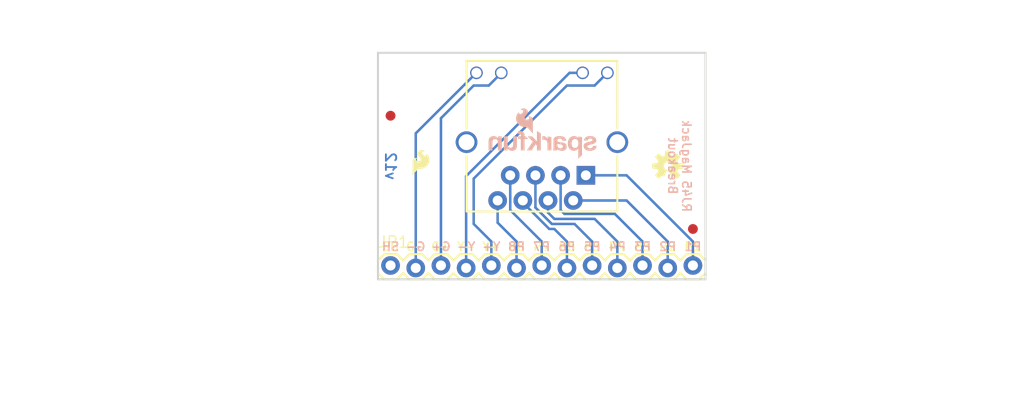
<source format=kicad_pcb>
(kicad_pcb (version 20211014) (generator pcbnew)
  (layers (0 "F.Cu" signal) (1 "In1.Cu" signal) (2 "In2.Cu" signal) (31 "B.Cu" signal) (34 "B.Paste" user) (35 "F.Paste" user) (36 "B.SilkS" user "B.Silkscreen") (37 "F.SilkS" user "F.Silkscreen") (38 "B.Mask" user) (39 "F.Mask" user) (44 "Edge.Cuts" user))
  (net 0 "")
  (net 1 "P1")
  (net 2 "P2")
  (net 3 "P3")
  (net 4 "P4")
  (net 5 "P5")
  (net 6 "P6")
  (net 7 "P7")
  (net 8 "P8")
  (net 9 "SH")
  (net 10 "Y+")
  (net 11 "Y-")
  (net 12 "G+")
  (net 13 "G-")
  (footprint "boardEagle:OSHW-LOGO-S" (layer "F.Cu") (at 161.2011 105.0036)
    (fp_text reference "LOGO1" hide)
    (fp_text value "OSHW-LOGOS" hide)
    (fp_poly (pts (xy 0.301647 -1.061351) (xy 0.42347 -1.022344) (xy 0.537177 -0.963769) (xy 0.92862 -1.282946) (xy 1.282946 -0.92862) (xy 0.961035 -0.533823) (xy 1.057046 -0.302084) (xy 1.5638 -0.250561) (xy 1.5638 0.250561) (xy 1.057046 0.302084) (xy 0.961035 0.533823) (xy 1.282946 0.92862) (xy 0.92862 1.282946) (xy 0.537177 0.96377) (xy 0.356601 1.056794) (xy 0.088679 0.410073) (xy 0.326262 0.2176) (xy 0.373649 0.121468) (xy 0.392729 0.010339) (xy 0.379464 -0.101634) (xy 0.334947 -0.205229) (xy 0.262842 -0.291918) (xy 0.169087 -0.354561) (xy 0.061406 -0.387999) (xy -0.051342 -0.38948) (xy -0.159868 -0.358881) (xy -0.255234 -0.298724) (xy -0.329589 -0.213962) (xy -0.376813 -0.111569) (xy -0.392176 -0.005767) (xy -0.322923 0.222565) (xy -0.249312 0.303773) (xy 0.091677 0.5081) (xy -0.12929 0.5081) (xy -0.355332 1.053732) (xy -0.506597 0.983577) (xy -0.538922 0.965192) (xy -0.92862 1.282946) (xy -1.282946 0.92862) (xy -0.961035 0.533823) (xy -1.057046 0.302084) (xy -1.5638 0.250561) (xy -1.5638 -0.250561) (xy -1.057046 -0.302084) (xy -0.961035 -0.533823) (xy -1.282946 -0.92862) (xy -0.92862 -1.282946) (xy -0.533823 -0.961035) (xy -0.302084 -1.057046) (xy -0.250561 -1.5638) (xy 0.250561 -1.5638)) (layer "F.SilkS") (width 0) (fill solid))
  )
  (footprint "boardEagle:CREATIVE_COMMONS" (layer "F.Cu") (at 114.2111 126.5936)
    (fp_text reference "FRAME1" hide)
    (fp_text value "FRAME-LETTER" hide)
  )
  (footprint "boardEagle:FIDUCIAL-1X2" (layer "F.Cu") (at 133.2611 99.9236)
    (fp_text reference "FID1" hide)
    (fp_text value "FIDUCIAL1X2" hide)
    (pad "1" smd roundrect (at 0 0) (size 1 1) (layers "F.Cu" "F.Mask") (roundrect_rratio 0.5))
  )
  (footprint "boardEagle:MAGJACK" (layer "F.Cu") (at 156.1211 88.4936 180)
    (fp_text reference "J1" hide)
    (fp_text value "MAGJACK-NOLABELS" hide)
    (fp_line (start 15.2 -5.9) (end 15.2 -12.7) (layer "F.SilkS") (width 0.2032))
    (fp_line (start 0 -6) (end 0 -12.7) (layer "F.SilkS") (width 0.2032))
    (fp_line (start 0 -5.895) (end 15.24 -5.895) (layer "F.SilkS") (width 0.2032))
    (fp_line (start 0 -21.095) (end 15.14 -21.095) (layer "F.SilkS") (width 0.2032))
    (fp_line (start 0 -21) (end 0 -15.5) (layer "F.SilkS") (width 0.2032))
    (fp_line (start 15.2 -21.1) (end 15.2 -15.5) (layer "F.SilkS") (width 0.2032))
    (pad "" np_thru_hole circle (at 1.905 -11.095 180) (size 3.2 3.2) (drill 3.2) (layers *.Cu *.Mask))
    (pad "" np_thru_hole circle (at 13.335 -11.095 180) (size 3.2 3.2) (drill 3.2) (layers *.Cu *.Mask))
    (pad "1" thru_hole rect (at 3.175 -17.445 180) (size 1.8796 1.8796) (drill 1) (layers *.Cu *.Mask) (net 1 "P1"))
    (pad "2" thru_hole circle (at 4.445 -19.985 180) (size 1.8796 1.8796) (drill 1) (layers *.Cu *.Mask) (net 2 "P2"))
    (pad "3" thru_hole circle (at 5.715 -17.445 180) (size 1.8796 1.8796) (drill 1) (layers *.Cu *.Mask) (net 3 "P3"))
    (pad "4" thru_hole circle (at 6.985 -19.985 180) (size 1.8796 1.8796) (drill 1) (layers *.Cu *.Mask) (net 4 "P4"))
    (pad "5" thru_hole circle (at 8.255 -17.445 180) (size 1.8796 1.8796) (drill 1) (layers *.Cu *.Mask) (net 5 "P5"))
    (pad "6" thru_hole circle (at 9.525 -19.985 180) (size 1.8796 1.8796) (drill 1) (layers *.Cu *.Mask) (net 6 "P6"))
    (pad "7" thru_hole circle (at 10.795 -17.445 180) (size 1.8796 1.8796) (drill 1) (layers *.Cu *.Mask) (net 7 "P7"))
    (pad "8" thru_hole circle (at 12.065 -19.985 180) (size 1.8796 1.8796) (drill 1) (layers *.Cu *.Mask) (net 8 "P8"))
    (pad "9" thru_hole circle (at 1 -7.1 180) (size 1.27 1.27) (drill 1) (layers *.Cu *.Mask) (net 10 "Y+"))
    (pad "10" thru_hole circle (at 3.5 -7.1 180) (size 1.27 1.27) (drill 1) (layers *.Cu *.Mask) (net 11 "Y-"))
    (pad "11" thru_hole circle (at 11.7 -7.1 180) (size 1.27 1.27) (drill 1) (layers *.Cu *.Mask) (net 12 "G+"))
    (pad "12" thru_hole circle (at 14.2 -7.1 180) (size 1.27 1.27) (drill 1) (layers *.Cu *.Mask) (net 13 "G-"))
    (pad "M1" thru_hole circle (at 0 -14.1 180) (size 2.1844 2.1844) (drill 1.6) (layers *.Cu *.Mask) (net 9 "SH"))
    (pad "M2" thru_hole circle (at 15.2 -14.1 180) (size 2.1844 2.1844) (drill 1.6) (layers *.Cu *.Mask) (net 9 "SH"))
  )
  (footprint "boardEagle:1X13_LOCK" (layer "F.Cu") (at 133.2611 115.1636)
    (fp_text reference "JP1" (at -1.3462 -1.8288) (layer "F.SilkS") (effects (font (size 1.143 1.143) (thickness 0.127)) (justify left bottom)))
    (fp_text value "M13LOCK")
    (fp_line (start 11.43 -0.635) (end 12.065 -1.27) (layer "F.SilkS") (width 0.2032))
    (fp_line (start 3.175 -1.27) (end 3.81 -0.635) (layer "F.SilkS") (width 0.2032))
    (fp_line (start 14.605 -1.27) (end 15.875 -1.27) (layer "F.SilkS") (width 0.2032))
    (fp_line (start 24.765 -1.27) (end 26.035 -1.27) (layer "F.SilkS") (width 0.2032))
    (fp_line (start 10.795 1.27) (end 9.525 1.27) (layer "F.SilkS") (width 0.2032))
    (fp_line (start 5.715 1.27) (end 4.445 1.27) (layer "F.SilkS") (width 0.2032))
    (fp_line (start 17.145 -1.27) (end 18.415 -1.27) (layer "F.SilkS") (width 0.2032))
    (fp_line (start 31.75 -0.635) (end 31.75 0.635) (layer "F.SilkS") (width 0.2032))
    (fp_line (start 3.81 0.635) (end 3.175 1.27) (layer "F.SilkS") (width 0.2032))
    (fp_line (start 18.415 -1.27) (end 19.05 -0.635) (layer "F.SilkS") (width 0.2032))
    (fp_line (start 24.765 -1.27) (end 24.13 -0.635) (layer "F.SilkS") (width 0.2032))
    (fp_line (start 6.35 0.635) (end 6.985 1.27) (layer "F.SilkS") (width 0.2032))
    (fp_line (start 15.875 -1.27) (end 16.51 -0.635) (layer "F.SilkS") (width 0.2032))
    (fp_line (start 24.13 0.635) (end 23.495 1.27) (layer "F.SilkS") (width 0.2032))
    (fp_line (start 1.27 0.635) (end 0.635 1.27) (layer "F.SilkS") (width 0.2032))
    (fp_line (start 6.985 -1.27) (end 8.255 -1.27) (layer "F.SilkS") (width 0.2032))
    (fp_line (start 0.635 1.27) (end -0.635 1.27) (layer "F.SilkS") (width 0.2032))
    (fp_line (start 11.43 0.635) (end 10.795 1.27) (layer "F.SilkS") (width 0.2032))
    (fp_line (start 1.905 -1.27) (end 3.175 -1.27) (layer "F.SilkS") (width 0.2032))
    (fp_line (start 13.97 0.635) (end 13.335 1.27) (layer "F.SilkS") (width 0.2032))
    (fp_line (start 31.115 1.27) (end 29.845 1.27) (layer "F.SilkS") (width 0.2032))
    (fp_line (start 20.955 1.27) (end 19.685 1.27) (layer "F.SilkS") (width 0.2032))
    (fp_line (start 21.59 0.635) (end 22.225 1.27) (layer "F.SilkS") (width 0.2032))
    (fp_line (start 12.065 1.27) (end 11.43 0.635) (layer "F.SilkS") (width 0.2032))
    (fp_line (start 22.225 -1.27) (end 21.59 -0.635) (layer "F.SilkS") (width 0.2032))
    (fp_line (start 26.67 0.635) (end 26.035 1.27) (layer "F.SilkS") (width 0.2032))
    (fp_line (start 29.21 0.635) (end 29.845 1.27) (layer "F.SilkS") (width 0.2032))
    (fp_line (start 3.81 -0.635) (end 4.445 -1.27) (layer "F.SilkS") (width 0.2032))
    (fp_line (start 26.035 -1.27) (end 26.67 -0.635) (layer "F.SilkS") (width 0.2032))
    (fp_line (start 23.495 -1.27) (end 24.13 -0.635) (layer "F.SilkS") (width 0.2032))
    (fp_line (start 29.21 0.635) (end 28.575 1.27) (layer "F.SilkS") (width 0.2032))
    (fp_line (start -0.635 -1.27) (end -1.27 -0.635) (layer "F.SilkS") (width 0.2032))
    (fp_line (start 16.51 0.635) (end 15.875 1.27) (layer "F.SilkS") (width 0.2032))
    (fp_line (start 9.525 1.27) (end 8.89 0.635) (layer "F.SilkS") (width 0.2032))
    (fp_line (start 5.715 -1.27) (end 6.35 -0.635) (layer "F.SilkS") (width 0.2032))
    (fp_line (start -1.27 0.635) (end -0.635 1.27) (layer "F.SilkS") (width 0.2032))
    (fp_line (start 19.685 -1.27) (end 20.955 -1.27) (layer "F.SilkS") (width 0.2032))
    (fp_line (start 3.175 1.27) (end 1.905 1.27) (layer "F.SilkS") (width 0.2032))
    (fp_line (start 13.335 1.27) (end 12.065 1.27) (layer "F.SilkS") (width 0.2032))
    (fp_line (start 12.065 -1.27) (end 13.335 -1.27) (layer "F.SilkS") (width 0.2032))
    (fp_line (start 28.575 -1.27) (end 29.21 -0.635) (layer "F.SilkS") (width 0.2032))
    (fp_line (start 20.955 -1.27) (end 21.59 -0.635) (layer "F.SilkS") (width 0.2032))
    (fp_line (start 17.145 -1.27) (end 16.51 -0.635) (layer "F.SilkS") (width 0.2032))
    (fp_line (start 4.445 -1.27) (end 5.715 -1.27) (layer "F.SilkS") (width 0.2032))
    (fp_line (start 18.415 1.27) (end 17.145 1.27) (layer "F.SilkS") (width 0.2032))
    (fp_line (start 21.59 0.635) (end 20.955 1.27) (layer "F.SilkS") (width 0.2032))
    (fp_line (start 29.845 -1.27) (end 31.115 -1.27) (layer "F.SilkS") (width 0.2032))
    (fp_line (start 6.35 0.635) (end 5.715 1.27) (layer "F.SilkS") (width 0.2032))
    (fp_line (start 6.985 -1.27) (end 6.35 -0.635) (layer "F.SilkS") (width 0.2032))
    (fp_line (start -0.635 -1.27) (end 0.635 -1.27) (layer "F.SilkS") (width 0.2032))
    (fp_line (start 4.445 1.27) (end 3.81 0.635) (layer "F.SilkS") (width 0.2032))
    (fp_line (start 8.89 0.635) (end 8.255 1.27) (layer "F.SilkS") (width 0.2032))
    (fp_line (start 23.495 1.27) (end 22.225 1.27) (layer "F.SilkS") (width 0.2032))
    (fp_line (start 13.335 -1.27) (end 13.97 -0.635) (layer "F.SilkS") (width 0.2032))
    (fp_line (start 19.05 0.635) (end 18.415 1.27) (layer "F.SilkS") (width 0.2032))
    (fp_line (start 24.13 0.635) (end 24.765 1.27) (layer "F.SilkS") (width 0.2032))
    (fp_line (start 31.75 0.635) (end 31.115 1.27) (layer "F.SilkS") (width 0.2032))
    (fp_line (start 14.605 -1.27) (end 13.97 -0.635) (layer "F.SilkS") (width 0.2032))
    (fp_line (start 19.685 -1.27) (end 19.05 -0.635) (layer "F.SilkS") (width 0.2032))
    (fp_line (start 26.035 1.27) (end 24.765 1.27) (layer "F.SilkS") (width 0.2032))
    (fp_line (start 15.875 1.27) (end 14.605 1.27) (layer "F.SilkS") (width 0.2032))
    (fp_line (start 1.27 -0.635) (end 1.905 -1.27) (layer "F.SilkS") (width 0.2032))
    (fp_line (start 27.305 -1.27) (end 28.575 -1.27) (layer "F.SilkS") (width 0.2032))
    (fp_line (start 27.305 -1.27) (end 26.67 -0.635) (layer "F.SilkS") (width 0.2032))
    (fp_line (start 19.05 0.635) (end 19.685 1.27) (layer "F.SilkS") (width 0.2032))
    (fp_line (start 0.635 -1.27) (end 1.27 -0.635) (layer "F.SilkS") (width 0.2032))
    (fp_line (start 26.67 0.635) (end 27.305 1.27) (layer "F.SilkS") (width 0.2032))
    (fp_line (start 16.51 0.635) (end 17.145 1.27) (layer "F.SilkS") (width 0.2032))
    (fp_line (start 8.255 1.27) (end 6.985 1.27) (layer "F.SilkS") (width 0.2032))
    (fp_line (start 31.115 -1.27) (end 31.75 -0.635) (layer "F.SilkS") (width 0.2032))
    (fp_line (start -1.27 -0.635) (end -1.27 0.635) (layer "F.SilkS") (width 0.2032))
    (fp_line (start 8.89 -0.635) (end 9.525 -1.27) (layer "F.SilkS") (width 0.2032))
    (fp_line (start 29.845 -1.27) (end 29.21 -0.635) (layer "F.SilkS") (width 0.2032))
    (fp_line (start 8.255 -1.27) (end 8.89 -0.635) (layer "F.SilkS") (width 0.2032))
    (fp_line (start 22.225 -1.27) (end 23.495 -1.27) (layer "F.SilkS") (width 0.2032))
    (fp_line (start 13.97 0.635) (end 14.605 1.27) (layer "F.SilkS") (width 0.2032))
    (fp_line (start 1.905 1.27) (end 1.27 0.635) (layer "F.SilkS") (width 0.2032))
    (fp_line (start 28.575 1.27) (end 27.305 1.27) (layer "F.SilkS") (width 0.2032))
    (fp_line (start 10.795 -1.27) (end 11.43 -0.635) (layer "F.SilkS") (width 0.2032))
    (fp_line (start 9.525 -1.27) (end 10.795 -1.27) (layer "F.SilkS") (width 0.2032))
    (pad "1" thru_hole circle (at 0 -0.127 90) (size 1.8796 1.8796) (drill 1.016) (layers *.Cu *.Mask) (net 9 "SH"))
    (pad "2" thru_hole circle (at 2.54 0.127 90) (size 1.8796 1.8796) (drill 1.016) (layers *.Cu *.Mask) (net 13 "G-"))
    (pad "3" thru_hole circle (at 5.08 -0.127 90) (size 1.8796 1.8796) (drill 1.016) (layers *.Cu *.Mask) (net 12 "G+"))
    (pad "4" thru_hole circle (at 7.62 0.127 90) (size 1.8796 1.8796) (drill 1.016) (layers *.Cu *.Mask) (net 11 "Y-"))
    (pad "5" thru_hole circle (at 10.16 -0.127 90) (size 1.8796 1.8796) (drill 1.016) (layers *.Cu *.Mask) (net 10 "Y+"))
    (pad "6" thru_hole circle (at 12.7 0.127 90) (size 1.8796 1.8796) (drill 1.016) (layers *.Cu *.Mask) (net 8 "P8"))
    (pad "7" thru_hole circle (at 15.24 -0.127 90) (size 1.8796 1.8796) (drill 1.016) (layers *.Cu *.Mask) (net 7 "P7"))
    (pad "8" thru_hole circle (at 17.78 0.127 90) (size 1.8796 1.8796) (drill 1.016) (layers *.Cu *.Mask) (net 6 "P6"))
    (pad "9" thru_hole circle (at 20.32 -0.127 90) (size 1.8796 1.8796) (drill 1.016) (layers *.Cu *.Mask) (net 5 "P5"))
    (pad "10" thru_hole circle (at 22.86 0.127 90) (size 1.8796 1.8796) (drill 1.016) (layers *.Cu *.Mask) (net 4 "P4"))
    (pad "11" thru_hole circle (at 25.4 -0.127 90) (size 1.8796 1.8796) (drill 1.016) (layers *.Cu *.Mask) (net 3 "P3"))
    (pad "12" thru_hole circle (at 27.94 0.127 90) (size 1.8796 1.8796) (drill 1.016) (layers *.Cu *.Mask) (net 2 "P2"))
    (pad "13" thru_hole circle (at 30.48 -0.127 90) (size 1.8796 1.8796) (drill 1.016) (layers *.Cu *.Mask) (net 1 "P1"))
  )
  (footprint "boardEagle:FIDUCIAL-1X2" (layer "F.Cu") (at 163.7411 111.3536)
    (fp_text reference "FID2" hide)
    (fp_text value "FIDUCIAL1X2" hide)
    (pad "1" smd roundrect (at 0 0) (size 1 1) (layers "F.Cu" "F.Mask") (roundrect_rratio 0.5))
  )
  (footprint "boardEagle:STAND-OFF" (layer "F.Cu") (at 162.4711 96.1136)
    (fp_text reference "STANDOFF3" hide)
    (fp_text value "STAND-OFF" hide)
    (pad "" np_thru_hole circle (at 0 0) (size 3.302 3.302) (drill 3.302) (layers *.Cu *.Mask))
  )
  (footprint "boardEagle:STAND-OFF" (layer "F.Cu") (at 134.5311 96.1136)
    (fp_text reference "STANDOFF5" hide)
    (fp_text value "STAND-OFF" hide)
    (pad "" np_thru_hole circle (at 0 0) (size 3.302 3.302) (drill 3.302) (layers *.Cu *.Mask))
  )
  (footprint "boardEagle:SFE_LOGO_FLAME_.1" (layer "F.Cu") (at 135.1661 106.2736)
    (fp_text reference "LOGO2" hide)
    (fp_text value "SFE_LOGO_FLAME.1_INCH" hide)
    (fp_poly (pts (xy 1.4 -2.87) (xy 1.54 -2.8) (xy 1.58 -2.77) (xy 1.59 -2.76) (xy 1.58 -2.76) (xy 1.56 -2.77) (xy 1.5 -2.77) (xy 1.46 -2.76) (xy 1.41 -2.75) (xy 1.37 -2.73) (xy 1.33 -2.7) (xy 1.31 -2.67) (xy 1.3 -2.65) (xy 1.29 -2.62) (xy 1.29 -2.56) (xy 1.3 -2.52) (xy 1.34 -2.46) (xy 1.4 -2.4) (xy 1.44 -2.37) (xy 1.47 -2.35) (xy 1.51 -2.33) (xy 1.59 -2.31) (xy 1.62 -2.31) (xy 1.65 -2.32) (xy 1.68 -2.35) (xy 1.69 -2.37) (xy 1.7 -2.4) (xy 1.7 -2.49) (xy 1.78 -2.44) (xy 1.86 -2.35) (xy 1.93 -2.24) (xy 1.98 -2.09) (xy 2.01 -1.93) (xy 2 -1.76) (xy 1.95 -1.57) (xy 1.85 -1.39) (xy 1.78 -1.3) (xy 1.7 -1.22) (xy 1.62 -1.15) (xy 1.52 -1.09) (xy 1.42 -1.05) (xy 1.31 -1.02) (xy 1.19 -1) (xy 1 -1) (xy 0.94 -0.99) (xy 0.84 -0.93) (xy 0.74 -0.83) (xy 0.62 -0.69) (xy 0.5 -0.57) (xy 0.45 -0.51) (xy 0.4 -0.46) (xy 0.37 -0.41) (xy 0.32 -0.36) (xy 0.32 -1.73) (xy 0.33 -1.81) (xy 0.35 -1.88) (xy 0.41 -1.98) (xy 0.46 -2.02) (xy 0.5 -2.05) (xy 0.55 -2.07) (xy 0.6 -2.08) (xy 0.66 -2.09) (xy 0.78 -2.09) (xy 0.82 -2.07) (xy 0.81 -2.06) (xy 0.77 -2.04) (xy 0.74 -2.03) (xy 0.68 -1.97) (xy 0.67 -1.94) (xy 0.67 -1.9) (xy 0.68 -1.87) (xy 0.7 -1.84) (xy 0.76 -1.78) (xy 0.81 -1.76) (xy 0.86 -1.75) (xy 0.94 -1.75) (xy 1.02 -1.77) (xy 1.08 -1.81) (xy 1.12 -1.86) (xy 1.14 -1.92) (xy 1.14 -1.99) (xy 1.11 -2.07) (xy 1.04 -2.14) (xy 0.96 -2.23) (xy 0.89 -2.31) (xy 0.84 -2.4) (xy 0.82 -2.49) (xy 0.82 -2.57) (xy 0.85 -2.66) (xy 0.9 -2.74) (xy 0.99 -2.81) (xy 1.1 -2.87) (xy 1.21 -2.89) (xy 1.31 -2.89)) (layer "F.SilkS") (width 0) (fill solid))
  )
  (footprint "boardEagle:SFE_LOGO_NAME_FLAME_.1" (layer "B.Cu") (at 154.4701 104.3686 180)
    (fp_text reference "LOGO3" hide)
    (fp_text value "SFE_LOGO_NAME_FLAME.1_INCH" hide)
    (fp_poly (pts (xy 4.32 2.38) (xy 4.38 2.38) (xy 4.43 2.37) (xy 4.48 2.35) (xy 4.53 2.34) (xy 4.58 2.32) (xy 4.7 2.23) (xy 4.73 2.19) (xy 4.75 2.15) (xy 4.77 2.1) (xy 4.78 2.05) (xy 4.78 1.18) (xy 4.79 1.16) (xy 4.79 1.07) (xy 4.8 1.05) (xy 4.8 1.03) (xy 4.81 1.01) (xy 4.81 0.98) (xy 4.82 0.96) (xy 4.83 0.95) (xy 4.83 0.94) (xy 4.44 0.94) (xy 4.44 0.95) (xy 4.43 0.96) (xy 4.43 0.97) (xy 4.42 0.98) (xy 4.42 1.01) (xy 4.41 1.02) (xy 4.41 1.08) (xy 4.39 1.05) (xy 4.36 1.03) (xy 4.34 1.01) (xy 4.31 0.99) (xy 4.28 0.98) (xy 4.25 0.96) (xy 4.13 0.92) (xy 4.1 0.92) (xy 4.07 0.91) (xy 4.03 0.91) (xy 4 0.9) (xy 3.89 0.9) (xy 3.84 0.91) (xy 3.79 0.91) (xy 3.75 0.92) (xy 3.7 0.94) (xy 3.66 0.96) (xy 3.63 0.98) (xy 3.59 1) (xy 3.56 1.03) (xy 3.54 1.06) (xy 3.51 1.1) (xy 3.49 1.13) (xy 3.48 1.18) (xy 3.46 1.22) (xy 3.46 1.27) (xy 3.45 1.32) (xy 3.47 1.43) (xy 3.5 1.52) (xy 3.54 1.59) (xy 3.61 1.65) (xy 3.68 1.69) (xy 3.76 1.72) (xy 3.84 1.74) (xy 3.93 1.75) (xy 4.01 1.54) (xy 3.98 1.53) (xy 3.96 1.52) (xy 3.95 1.51) (xy 3.91 1.49) (xy 3.9 1.48) (xy 3.88 1.47) (xy 3.85 1.41) (xy 3.85 1.39) (xy 3.84 1.37) (xy 3.84 1.32) (xy 3.85 1.29) (xy 3.85 1.27) (xy 3.86 1.25) (xy 3.87 1.24) (xy 3.88 1.22) (xy 3.9 1.21) (xy 3.91 1.2) (xy 3.95 1.18) (xy 3.97 1.18) (xy 3.99 1.17) (xy 4.01 1.17) (xy 4.03 1.16) (xy 4.08 1.16) (xy 4.13 1.17) (xy 4.18 1.17) (xy 4.22 1.19) (xy 4.26 1.2) (xy 4.29 1.22) (xy 4.31 1.24) (xy 4.33 1.27) (xy 4.35 1.29) (xy 4.37 1.35) (xy 4.38 1.37) (xy 4.39 1.4) (xy 4.39 1.63) (xy 4.37 1.61) (xy 4.35 1.61) (xy 4.31 1.59) (xy 4.29 1.59) (xy 4.27 1.58) (xy 4.23 1.58) (xy 4.18 1.78) (xy 4.25 1.8) (xy 4.31 1.82) (xy 4.36 1.85) (xy 4.39 1.89) (xy 4.39 2) (xy 4.36 2.06) (xy 4.35 2.07) (xy 4.34 2.09) (xy 4.28 2.12) (xy 4.26 2.12) (xy 4.24 2.13) (xy 4.06 2.13) (xy 3.96 2.08) (xy 3.92 2.04) (xy 3.91 2.02) (xy 3.9 1.99) (xy 3.89 1.97) (xy 3.89 1.92) (xy 3.5 1.92) (xy 3.52 2.04) (xy 3.54 2.1) (xy 3.57 2.14) (xy 3.6 2.19) (xy 3.63 2.23) (xy 3.67 2.26) (xy 3.77 2.32) (xy 3.82 2.34) (xy 3.87 2.35) (xy 3.93 2.37) (xy 3.99 2.38) (xy 4.04 2.39) (xy 4.27 2.39)) (layer "B.SilkS") (width 0) (fill solid))
    (fp_poly (pts (xy 2.85 2.38) (xy 2.99 2.33) (xy 3.1 2.26) (xy 3.19 2.16) (xy 3.26 2.05) (xy 3.3 1.92) (xy 3.33 1.78) (xy 3.34 1.63) (xy 2.95 1.64) (xy 2.95 1.73) (xy 2.94 1.81) (xy 2.91 1.89) (xy 2.88 1.96) (xy 2.83 2.02) (xy 2.77 2.06) (xy 2.7 2.09) (xy 2.61 2.1) (xy 2.53 2.09) (xy 2.45 2.06) (xy 2.4 2.02) (xy 2.35 1.96) (xy 2.32 1.89) (xy 2.29 1.81) (xy 2.28 1.73) (xy 2.28 1.56) (xy 2.32 1.4) (xy 2.35 1.33) (xy 2.4 1.28) (xy 2.46 1.23) (xy 2.53 1.21) (xy 2.62 1.2) (xy 2.7 1.21) (xy 2.78 1.23) (xy 2.84 1.28) (xy 2.88 1.33) (xy 2.91 1.4) (xy 3.25 1.24) (xy 3.19 1.13) (xy 3.1 1.04) (xy 2.99 0.96) (xy 2.87 0.92) (xy 2.72 0.9) (xy 2.54 0.93) (xy 2.48 0.96) (xy 2.38 1.02) (xy 2.3 1.12) (xy 2.29 1.12) (xy 2.29 0.1) (xy 2.2 0.19) (xy 2.05 0.31) (xy 1.96 0.4) (xy 1.91 0.44) (xy 1.91 2.29) (xy 1.95 2.3) (xy 2 2.31) (xy 2.05 2.31) (xy 2.09 2.32) (xy 2.14 2.33) (xy 2.18 2.34) (xy 2.28 2.36) (xy 2.28 2.18) (xy 2.32 2.23) (xy 2.36 2.27) (xy 2.41 2.31) (xy 2.51 2.37) (xy 2.63 2.39) (xy 2.7 2.39)) (layer "B.SilkS") (width 0) (fill solid))
    (fp_poly (pts (xy 10.95 2.38) (xy 11.06 2.35) (xy 11.15 2.3) (xy 11.22 2.23) (xy 11.27 2.15) (xy 11.3 2.05) (xy 11.32 1.94) (xy 11.33 1.81) (xy 11.33 0.94) (xy 10.94 0.94) (xy 10.94 1.74) (xy 10.93 1.82) (xy 10.92 1.89) (xy 10.91 1.95) (xy 10.88 2) (xy 10.85 2.04) (xy 10.8 2.07) (xy 10.75 2.08) (xy 10.69 2.09) (xy 10.61 2.08) (xy 10.55 2.07) (xy 10.5 2.04) (xy 10.46 1.99) (xy 10.43 1.94) (xy 10.4 1.87) (xy 10.39 1.78) (xy 10.39 0.94) (xy 10 0.94) (xy 10 2.36) (xy 10.37 2.36) (xy 10.37 2.16) (xy 10.38 2.16) (xy 10.42 2.22) (xy 10.46 2.26) (xy 10.51 2.3) (xy 10.57 2.34) (xy 10.69 2.38) (xy 10.75 2.39) (xy 10.81 2.39)) (layer "B.SilkS") (width 0) (fill solid))
    (fp_poly (pts (xy 7.95 5.16) (xy 8.03 5.13) (xy 8.09 5.1) (xy 8.13 5.07) (xy 8.14 5.06) (xy 8.11 5.06) (xy 8.08 5.07) (xy 8.05 5.07) (xy 8.01 5.06) (xy 7.96 5.05) (xy 7.92 5.03) (xy 7.88 5) (xy 7.86 4.97) (xy 7.85 4.94) (xy 7.84 4.92) (xy 7.83 4.89) (xy 7.84 4.86) (xy 7.85 4.82) (xy 7.87 4.79) (xy 7.89 4.75) (xy 7.92 4.72) (xy 7.95 4.7) (xy 7.99 4.67) (xy 8.02 4.65) (xy 8.1 4.61) (xy 8.17 4.61) (xy 8.2 4.62) (xy 8.23 4.64) (xy 8.25 4.7) (xy 8.25 4.78) (xy 8.33 4.74) (xy 8.41 4.65) (xy 8.48 4.53) (xy 8.53 4.39) (xy 8.56 4.23) (xy 8.55 4.05) (xy 8.5 3.87) (xy 8.4 3.69) (xy 8.33 3.6) (xy 8.25 3.52) (xy 8.17 3.45) (xy 8.07 3.39) (xy 7.97 3.35) (xy 7.86 3.32) (xy 7.74 3.3) (xy 7.55 3.3) (xy 7.49 3.29) (xy 7.44 3.26) (xy 7.34 3.18) (xy 7.29 3.12) (xy 7.16 2.99) (xy 7.11 2.92) (xy 7.05 2.86) (xy 7 2.8) (xy 6.95 2.75) (xy 6.92 2.71) (xy 6.89 2.68) (xy 6.87 2.65) (xy 6.86 2.65) (xy 6.86 3.93) (xy 6.88 4.11) (xy 6.9 4.17) (xy 6.93 4.23) (xy 6.96 4.28) (xy 7.01 4.31) (xy 7.05 4.34) (xy 7.15 4.38) (xy 7.21 4.39) (xy 7.29 4.39) (xy 7.33 4.38) (xy 7.35 4.38) (xy 7.37 4.37) (xy 7.36 4.36) (xy 7.32 4.34) (xy 7.29 4.33) (xy 7.25 4.29) (xy 7.23 4.26) (xy 7.22 4.23) (xy 7.22 4.2) (xy 7.23 4.17) (xy 7.25 4.13) (xy 7.28 4.1) (xy 7.31 4.08) (xy 7.36 4.06) (xy 7.41 4.05) (xy 7.49 4.05) (xy 7.57 4.07) (xy 7.63 4.11) (xy 7.67 4.16) (xy 7.69 4.22) (xy 7.69 4.29) (xy 7.66 4.36) (xy 7.59 4.44) (xy 7.51 4.53) (xy 7.44 4.61) (xy 7.39 4.7) (xy 7.37 4.79) (xy 7.37 4.87) (xy 7.4 4.96) (xy 7.45 5.03) (xy 7.54 5.11) (xy 7.65 5.17) (xy 7.76 5.19) (xy 7.86 5.19)) (layer "B.SilkS") (width 0) (fill solid))
    (fp_poly (pts (xy 5.9 2.38) (xy 5.91 2.38) (xy 5.91 2.02) (xy 5.9 2.02) (xy 5.88 2.03) (xy 5.77 2.03) (xy 5.67 2.02) (xy 5.59 2) (xy 5.52 1.96) (xy 5.47 1.9) (xy 5.43 1.83) (xy 5.41 1.76) (xy 5.39 1.67) (xy 5.39 0.94) (xy 5 0.94) (xy 5 2.29) (xy 5.05 2.3) (xy 5.09 2.31) (xy 5.14 2.31) (xy 5.19 2.32) (xy 5.23 2.33) (xy 5.33 2.35) (xy 5.37 2.36) (xy 5.37 2.09) (xy 5.41 2.16) (xy 5.45 2.21) (xy 5.5 2.27) (xy 5.55 2.31) (xy 5.62 2.35) (xy 5.68 2.37) (xy 5.75 2.39) (xy 5.89 2.39)) (layer "B.SilkS") (width 0) (fill solid))
    (fp_poly (pts (xy 8.37 2.88) (xy 8.37 2.6) (xy 8.2 2.6) (xy 8.16 2.59) (xy 8.12 2.57) (xy 8.1 2.54) (xy 8.09 2.52) (xy 8.09 2.48) (xy 8.08 2.44) (xy 8.08 2.36) (xy 8.35 2.36) (xy 8.35 2.1) (xy 8.08 2.1) (xy 8.08 0.94) (xy 7.7 0.94) (xy 7.7 2.1) (xy 7.31 2.1) (xy 7.35 2.13) (xy 7.51 2.29) (xy 7.55 2.32) (xy 7.58 2.36) (xy 7.7 2.36) (xy 7.7 2.56) (xy 7.73 2.64) (xy 7.76 2.71) (xy 7.81 2.77) (xy 7.88 2.82) (xy 7.96 2.86) (xy 8.06 2.89) (xy 8.35 2.89)) (layer "B.SilkS") (width 0) (fill solid))
    (fp_poly (pts (xy 3.34 1.63) (xy 3.33 1.49) (xy 3.3 1.36) (xy 3.25 1.24) (xy 2.91 1.4) (xy 2.94 1.48) (xy 2.95 1.56) (xy 2.95 1.64)) (layer "B.SilkS") (width 0) (fill solid))
    (fp_poly (pts (xy 1.31 2.37) (xy 1.41 2.34) (xy 1.5 2.3) (xy 1.58 2.24) (xy 1.64 2.16) (xy 1.69 2.06) (xy 1.71 1.94) (xy 1.34 1.94) (xy 1.33 1.99) (xy 1.31 2.04) (xy 1.29 2.07) (xy 1.26 2.09) (xy 1.22 2.11) (xy 1.17 2.13) (xy 1 2.13) (xy 0.97 2.12) (xy 0.93 2.11) (xy 0.9 2.1) (xy 0.86 2.04) (xy 0.86 2) (xy 0.87 1.96) (xy 0.9 1.92) (xy 0.94 1.89) (xy 1 1.86) (xy 1.06 1.84) (xy 1.14 1.83) (xy 1.38 1.77) (xy 1.47 1.75) (xy 1.61 1.67) (xy 1.67 1.62) (xy 1.71 1.56) (xy 1.74 1.49) (xy 1.75 1.4) (xy 1.73 1.27) (xy 1.69 1.16) (xy 1.63 1.08) (xy 1.55 1.01) (xy 1.45 0.96) (xy 1.34 0.93) (xy 1.22 0.91) (xy 1.1 0.9) (xy 0.98 0.91) (xy 0.86 0.93) (xy 0.75 0.96) (xy 0.65 1.01) (xy 0.57 1.08) (xy 0.5 1.17) (xy 0.46 1.27) (xy 0.44 1.4) (xy 0.81 1.4) (xy 0.81 1.34) (xy 0.83 1.29) (xy 0.86 1.25) (xy 0.94 1.19) (xy 1 1.18) (xy 1.05 1.17) (xy 1.11 1.16) (xy 1.15 1.17) (xy 1.19 1.17) (xy 1.23 1.18) (xy 1.27 1.2) (xy 1.31 1.23) (xy 1.34 1.26) (xy 1.36 1.34) (xy 1.35 1.38) (xy 1.33 1.42) (xy 1.29 1.45) (xy 1.24 1.48) (xy 1.18 1.5) (xy 1.02 1.54) (xy 0.92 1.56) (xy 0.83 1.58) (xy 0.75 1.61) (xy 0.68 1.64) (xy 0.61 1.68) (xy 0.55 1.72) (xy 0.51 1.78) (xy 0.48 1.85) (xy 0.47 1.94) (xy 0.48 2.06) (xy 0.52 2.16) (xy 0.59 2.24) (xy 0.66 2.3) (xy 0.76 2.35) (xy 0.86 2.37) (xy 0.97 2.39) (xy 1.2 2.39)) (layer "B.SilkS") (width 0) (fill solid))
    (fp_poly (pts (xy 6.45 1.85) (xy 6.94 2.36) (xy 7.4 2.36) (xy 6.87 1.84) (xy 7.46 0.94) (xy 6.99 0.94) (xy 6.6 1.57) (xy 6.45 1.43) (xy 6.45 0.94) (xy 6.06 0.94) (xy 6.06 2.68) (xy 6.45 2.89)) (layer "B.SilkS") (width 0) (fill solid))
    (fp_poly (pts (xy 8.85 1.56) (xy 8.87 1.4) (xy 8.88 1.34) (xy 8.94 1.26) (xy 8.99 1.23) (xy 9.04 1.22) (xy 9.1 1.21) (xy 9.18 1.22) (xy 9.24 1.23) (xy 9.29 1.26) (xy 9.33 1.3) (xy 9.36 1.36) (xy 9.39 1.43) (xy 9.4 1.51) (xy 9.4 2.36) (xy 9.79 2.36) (xy 9.79 0.94) (xy 9.42 0.94) (xy 9.42 1.14) (xy 9.41 1.14) (xy 9.37 1.08) (xy 9.33 1.03) (xy 9.28 0.99) (xy 9.22 0.96) (xy 9.17 0.94) (xy 9.11 0.92) (xy 9.04 0.91) (xy 8.98 0.9) (xy 8.84 0.91) (xy 8.73 0.95) (xy 8.64 1) (xy 8.57 1.06) (xy 8.52 1.15) (xy 8.49 1.25) (xy 8.47 1.36) (xy 8.47 2.36) (xy 8.85 2.36)) (layer "B.SilkS") (width 0) (fill solid))
    (fp_poly (pts (xy 4.23 1.58) (xy 4.21 1.57) (xy 4.19 1.57) (xy 4.16 1.56) (xy 4.12 1.56) (xy 4.09 1.55) (xy 4.05 1.55) (xy 4.03 1.54) (xy 4.01 1.54) (xy 3.93 1.75) (xy 4.11 1.77) (xy 4.18 1.78)) (layer "B.SilkS") (width 0) (fill solid))
  )
  (gr_line (start 165.0111 116.4336) (end 131.9911 116.4336) (layer "Edge.Cuts") (width 0.2032))
  (gr_line (start 131.9911 93.5736) (end 165.0111 93.5736) (layer "Edge.Cuts") (width 0.2032))
  (gr_line (start 131.9911 116.4336) (end 131.9911 93.5736) (layer "Edge.Cuts") (width 0.2032))
  (gr_line (start 165.0111 93.5736) (end 165.0111 116.4336) (layer "Edge.Cuts") (width 0.2032))
  (gr_text "v12" (at 133.2611 105.0036 -90) (layer "B.Cu") (effects (font (size 1.03632 1.03632) (thickness 0.18288)) (justify mirror)))
  (gr_text "G-" (at 135.8011 113.6396) (layer "B.SilkS") (effects (font (size 0.8636 0.8636) (thickness 0.1524)) (justify bottom mirror)))
  (gr_text "Y+" (at 143.4211 113.6396) (layer "B.SilkS") (effects (font (size 0.8636 0.8636) (thickness 0.1524)) (justify bottom mirror)))
  (gr_text "P2" (at 161.2011 113.6396) (layer "B.SilkS") (effects (font (size 0.8636 0.8636) (thickness 0.1524)) (justify bottom mirror)))
  (gr_text "P4" (at 156.1211 113.6396) (layer "B.SilkS") (effects (font (size 0.8636 0.8636) (thickness 0.1524)) (justify bottom mirror)))
  (gr_text "RJ45 MagJack\nBreakout" (at 161.2011 105.0036 -90) (layer "B.SilkS") (effects (font (size 0.8636 0.8636) (thickness 0.1524)) (justify bottom mirror)))
  (gr_text "G+" (at 138.3411 113.6396) (layer "B.SilkS") (effects (font (size 0.8636 0.8636) (thickness 0.1524)) (justify bottom mirror)))
  (gr_text "P5" (at 153.5811 113.6396) (layer "B.SilkS") (effects (font (size 0.8636 0.8636) (thickness 0.1524)) (justify bottom mirror)))
  (gr_text "P1" (at 163.7411 113.6396) (layer "B.SilkS") (effects (font (size 0.8636 0.8636) (thickness 0.1524)) (justify bottom mirror)))
  (gr_text "P3" (at 158.6611 113.6396) (layer "B.SilkS") (effects (font (size 0.8636 0.8636) (thickness 0.1524)) (justify bottom mirror)))
  (gr_text "SH" (at 133.2611 113.6396) (layer "B.SilkS") (effects (font (size 0.8636 0.8636) (thickness 0.1524)) (justify bottom mirror)))
  (gr_text "P6" (at 151.0411 113.6396) (layer "B.SilkS") (effects (font (size 0.8636 0.8636) (thickness 0.1524)) (justify bottom mirror)))
  (gr_text "Y-" (at 140.8811 113.6396) (layer "B.SilkS") (effects (font (size 0.8636 0.8636) (thickness 0.1524)) (justify bottom mirror)))
  (gr_text "P8" (at 145.9611 113.6396) (layer "B.SilkS") (effects (font (size 0.8636 0.8636) (thickness 0.1524)) (justify bottom mirror)))
  (gr_text "P7" (at 148.5011 113.6396) (layer "B.SilkS") (effects (font (size 0.8636 0.8636) (thickness 0.1524)) (justify bottom mirror)))
  (gr_text "P3" (at 158.6611 113.6396) (layer "F.SilkS") (effects (font (size 0.8636 0.8636) (thickness 0.1524)) (justify bottom)))
  (gr_text "P1" (at 163.7411 113.6396) (layer "F.SilkS") (effects (font (size 0.8636 0.8636) (thickness 0.1524)) (justify bottom)))
  (gr_text "G+" (at 138.3411 113.6396) (layer "F.SilkS") (effects (font (size 0.8636 0.8636) (thickness 0.1524)) (justify bottom)))
  (gr_text "P8" (at 145.9611 113.6396) (layer "F.SilkS") (effects (font (size 0.8636 0.8636) (thickness 0.1524)) (justify bottom)))
  (gr_text "SH" (at 133.2611 113.6396) (layer "F.SilkS") (effects (font (size 0.8636 0.8636) (thickness 0.1524)) (justify bottom)))
  (gr_text "G-" (at 135.8011 113.6396) (layer "F.SilkS") (effects (font (size 0.8636 0.8636) (thickness 0.1524)) (justify bottom)))
  (gr_text "P4" (at 156.1211 113.6396) (layer "F.SilkS") (effects (font (size 0.8636 0.8636) (thickness 0.1524)) (justify bottom)))
  (gr_text "P5" (at 153.5811 113.6396) (layer "F.SilkS") (effects (font (size 0.8636 0.8636) (thickness 0.1524)) (justify bottom)))
  (gr_text "Y-" (at 140.8811 113.6396) (layer "F.SilkS") (effects (font (size 0.8636 0.8636) (thickness 0.1524)) (justify bottom)))
  (gr_text "P2" (at 161.2011 113.6396) (layer "F.SilkS") (effects (font (size 0.8636 0.8636) (thickness 0.1524)) (justify bottom)))
  (gr_text "P6" (at 151.0411 113.6396) (layer "F.SilkS") (effects (font (size 0.8636 0.8636) (thickness 0.1524)) (justify bottom)))
  (gr_text "P7" (at 148.5011 113.6396) (layer "F.SilkS") (effects (font (size 0.8636 0.8636) (thickness 0.1524)) (justify bottom)))
  (gr_text "Y+" (at 143.4211 113.6396) (layer "F.SilkS") (effects (font (size 0.8636 0.8636) (thickness 0.1524)) (justify bottom)))
  (segment (start 163.7411 115.0366) (end 163.7411 112.6236) (width 0.254) (layer "B.Cu") (net 1))
  (segment (start 152.9461 105.9386) (end 157.0561 105.9386) (width 0.254) (layer "B.Cu") (net 1))
  (segment (start 163.7411 112.6236) (end 157.0561 105.9386) (width 0.254) (layer "B.Cu") (net 1))
  (segment (start 161.2011 115.2906) (end 161.2011 112.6236) (width 0.254) (layer "B.Cu") (net 2))
  (segment (start 161.2011 112.6236) (end 157.0561 108.4786) (width 0.254) (layer "B.Cu") (net 2))
  (segment (start 151.6761 108.4786) (end 157.0561 108.4786) (width 0.254) (layer "B.Cu") (net 2))
  (segment (start 150.4061 105.9386) (end 150.4061 109.4486) (width 0.254) (layer "B.Cu") (net 3))
  (segment (start 150.4061 109.4486) (end 150.7871 109.8296) (width 0.254) (layer "B.Cu") (net 3))
  (segment (start 158.6611 115.0366) (end 158.6611 112.6236) (width 0.254) (layer "B.Cu") (net 3))
  (segment (start 150.7871 109.8296) (end 155.8671 109.8296) (width 0.254) (layer "B.Cu") (net 3))
  (segment (start 158.6611 112.6236) (end 155.8671 109.8296) (width 0.254) (layer "B.Cu") (net 3))
  (segment (start 156.1211 112.6236) (end 153.8351 110.3376) (width 0.254) (layer "B.Cu") (net 4))
  (segment (start 149.1361 109.7026) (end 149.7711 110.3376) (width 0.254) (layer "B.Cu") (net 4))
  (segment (start 149.7711 110.3376) (end 153.8351 110.3376) (width 0.254) (layer "B.Cu") (net 4))
  (segment (start 149.1361 108.4786) (end 149.1361 109.7026) (width 0.254) (layer "B.Cu") (net 4))
  (segment (start 156.1211 115.2906) (end 156.1211 112.6236) (width 0.254) (layer "B.Cu") (net 4))
  (segment (start 153.5811 115.0366) (end 153.5811 112.6236) (width 0.254) (layer "B.Cu") (net 5))
  (segment (start 147.8661 105.9386) (end 147.8661 109.1946) (width 0.254) (layer "B.Cu") (net 5))
  (segment (start 153.5811 112.6236) (end 151.8031 110.8456) (width 0.254) (layer "B.Cu") (net 5))
  (segment (start 147.8661 109.1946) (end 149.5171 110.8456) (width 0.254) (layer "B.Cu") (net 5))
  (segment (start 149.5171 110.8456) (end 151.8031 110.8456) (width 0.254) (layer "B.Cu") (net 5))
  (segment (start 146.5961 108.4786) (end 146.5961 108.6866) (width 0.254) (layer "B.Cu") (net 6))
  (segment (start 149.2631 111.3536) (end 149.7711 111.3536) (width 0.254) (layer "B.Cu") (net 6))
  (segment (start 151.0411 112.6236) (end 149.7711 111.3536) (width 0.254) (layer "B.Cu") (net 6))
  (segment (start 151.0411 115.2906) (end 151.0411 112.6236) (width 0.254) (layer "B.Cu") (net 6))
  (segment (start 146.5961 108.6866) (end 149.2631 111.3536) (width 0.254) (layer "B.Cu") (net 6))
  (segment (start 145.3261 105.9386) (end 145.3261 109.4486) (width 0.254) (layer "B.Cu") (net 7))
  (segment (start 148.5011 115.0366) (end 148.5011 112.6236) (width 0.254) (layer "B.Cu") (net 7))
  (segment (start 148.5011 112.6236) (end 145.3261 109.4486) (width 0.254) (layer "B.Cu") (net 7))
  (segment (start 145.9611 112.6236) (end 144.0561 110.7186) (width 0.254) (layer "B.Cu") (net 8))
  (segment (start 144.0561 108.4786) (end 144.0561 110.7186) (width 0.254) (layer "B.Cu") (net 8))
  (segment (start 145.9611 115.2906) (end 145.9611 112.6236) (width 0.254) (layer "B.Cu") (net 8))
  (segment (start 143.4211 115.0366) (end 143.4211 112.6236) (width 0.254) (layer "B.Cu") (net 10))
  (segment (start 141.6431 106.2736) (end 141.6431 110.8456) (width 0.254) (layer "B.Cu") (net 10))
  (segment (start 151.0411 96.8756) (end 141.6431 106.2736) (width 0.254) (layer "B.Cu") (net 10))
  (segment (start 155.1171 95.5936) (end 153.8351 96.8756) (width 0.254) (layer "B.Cu") (net 10))
  (segment (start 153.8351 96.8756) (end 151.0411 96.8756) (width 0.254) (layer "B.Cu") (net 10))
  (segment (start 143.4211 112.6236) (end 141.6431 110.8456) (width 0.254) (layer "B.Cu") (net 10))
  (segment (start 155.1211 95.5936) (end 155.1171 95.5936) (width 0.254) (layer "B.Cu") (net 10))
  (segment (start 151.3071 95.5936) (end 140.8811 106.0196) (width 0.254) (layer "B.Cu") (net 11))
  (segment (start 152.6211 95.5936) (end 151.3071 95.5936) (width 0.254) (layer "B.Cu") (net 11))
  (segment (start 140.8811 106.0196) (end 140.8811 115.2906) (width 0.254) (layer "B.Cu") (net 11))
  (segment (start 141.6431 96.8756) (end 138.3411 100.1776) (width 0.254) (layer "B.Cu") (net 12))
  (segment (start 138.3411 100.1776) (end 138.3411 115.0366) (width 0.254) (layer "B.Cu") (net 12))
  (segment (start 144.4211 95.6216) (end 143.1671 96.8756) (width 0.254) (layer "B.Cu") (net 12))
  (segment (start 144.4211 95.5936) (end 144.4211 95.6216) (width 0.254) (layer "B.Cu") (net 12))
  (segment (start 143.1671 96.8756) (end 141.6431 96.8756) (width 0.254) (layer "B.Cu") (net 12))
  (segment (start 141.9211 95.5936) (end 141.9091 95.5936) (width 0.254) (layer "B.Cu") (net 13))
  (segment (start 141.9091 95.5936) (end 135.8011 101.7016) (width 0.254) (layer "B.Cu") (net 13))
  (segment (start 135.8011 101.7016) (end 135.8011 115.2906) (width 0.254) (layer "B.Cu") (net 13))
)
</source>
